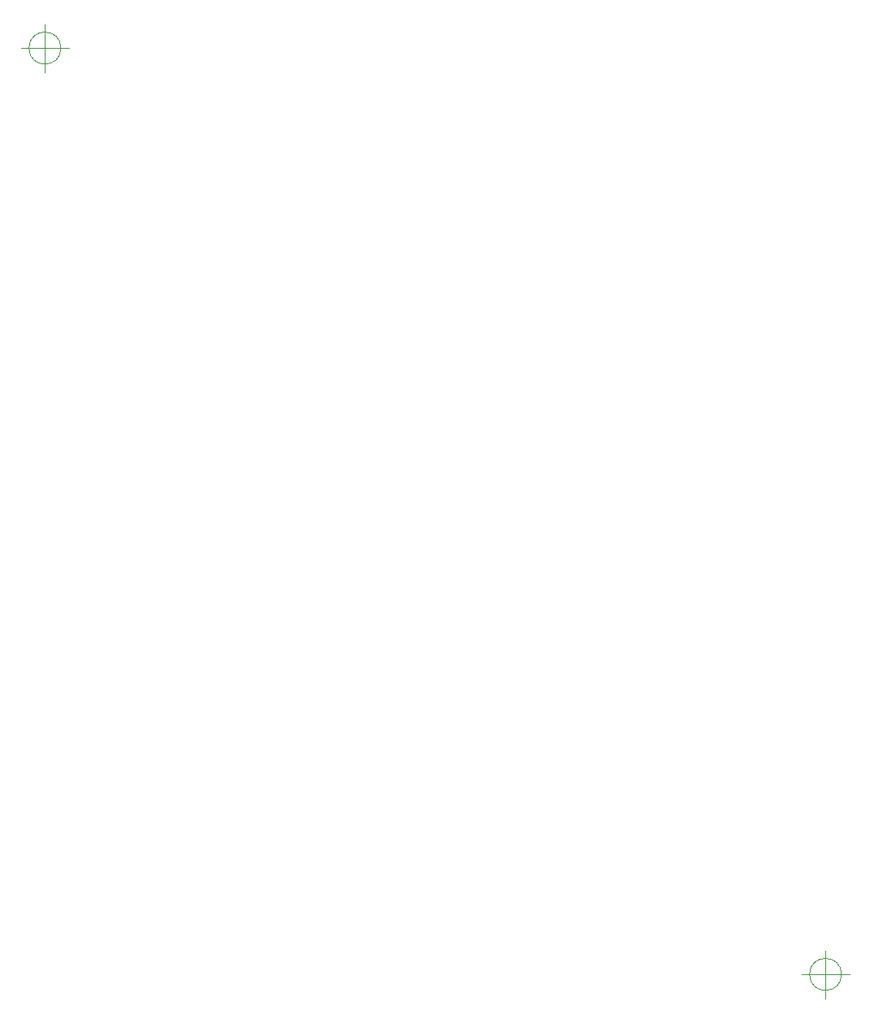
<source format=gbr>
%TF.GenerationSoftware,KiCad,Pcbnew,(5.1.12)-1*%
%TF.CreationDate,2022-01-09T19:05:53+09:00*%
%TF.ProjectId,24VFanController,32345646-616e-4436-9f6e-74726f6c6c65,rev?*%
%TF.SameCoordinates,PX6d01460PY196f3b0*%
%TF.FileFunction,Profile,NP*%
%FSLAX46Y46*%
G04 Gerber Fmt 4.6, Leading zero omitted, Abs format (unit mm)*
G04 Created by KiCad (PCBNEW (5.1.12)-1) date 2022-01-09 19:05:53*
%MOMM*%
%LPD*%
G01*
G04 APERTURE LIST*
%TA.AperFunction,Profile*%
%ADD10C,0.050000*%
%TD*%
G04 APERTURE END LIST*
D10*
X82946666Y-96520000D02*
G75*
G03*
X82946666Y-96520000I-1666666J0D01*
G01*
X78780000Y-96520000D02*
X83780000Y-96520000D01*
X81280000Y-94020000D02*
X81280000Y-99020000D01*
X1666666Y0D02*
G75*
G03*
X1666666Y0I-1666666J0D01*
G01*
X-2500000Y0D02*
X2500000Y0D01*
X0Y2500000D02*
X0Y-2500000D01*
M02*

</source>
